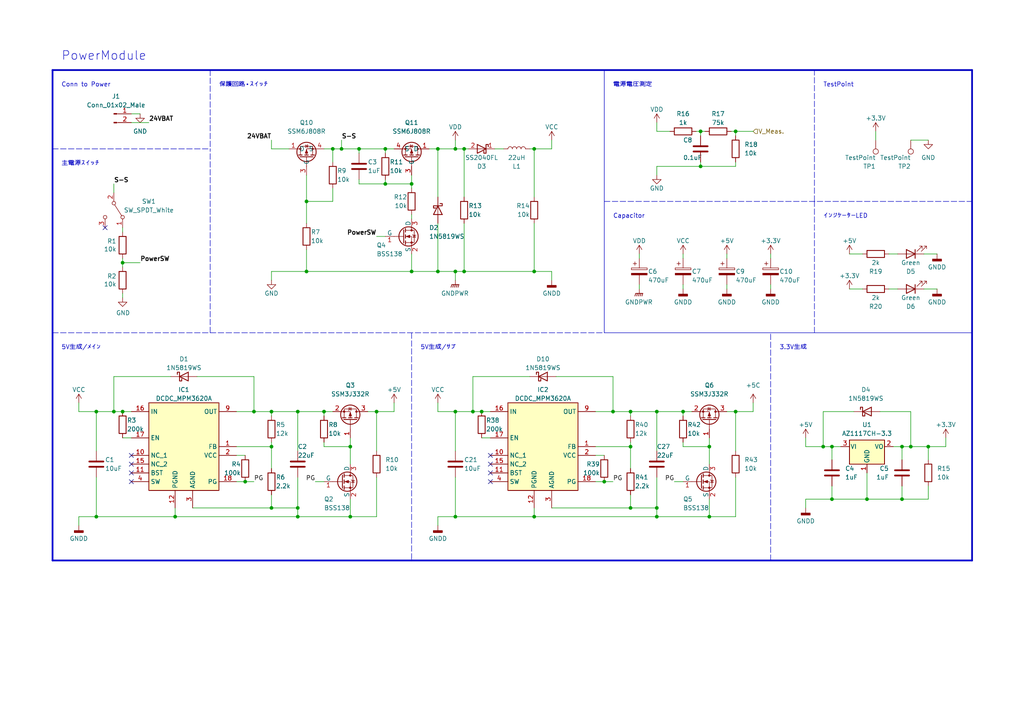
<source format=kicad_sch>
(kicad_sch (version 20230121) (generator eeschema)
  (paper "A4")
  (lib_symbols
    (symbol "Connector:Conn_01x02_Male" (pin_names (offset 1.016) hide)
      (property "Reference" "J" (at 0 2.54 0))
      (property "Value" "Conn_01x02_Male" (at 0 -5.08 0))
      (symbol "Conn_01x02_Male_1_1"
        (pin passive line (at 5.08 0 180) (length 3.81) (name "Pin_1") (number "1"))
        (pin passive line (at 5.08 -2.54 180) (length 3.81) (name "Pin_2") (number "2"))
      )
    )
    (symbol "Connector:TestPoint" (pin_numbers hide) (pin_names (offset 0.762) hide)
      (property "Reference" "TP" (at 0 6.858 0))
      (property "Value" "TestPoint" (at 0 5.08 0))
      (symbol "TestPoint_1_1"
        (pin passive line (at 0 0 90) (length 2.54) (name "1") (number "1"))
      )
    )
    (symbol "D_Schottky_3" (pin_numbers hide) (pin_names (offset 1.016) hide)
      (property "Reference" "D" (at 0 2.54 0))
      (property "Value" "D_Schottky_3" (at 0 -2.54 0))
      (symbol "D_Schottky_3_1_1"
        (pin passive line (at -3.81 0 0) (length 2.54) (name "K") (number "1"))
        (pin passive line (at 3.81 0 180) (length 2.54) (name "A") (number "2"))
      )
    )
    (symbol "Device:C" (pin_numbers hide) (pin_names (offset 0.254))
      (property "Reference" "C" (at 0.635 2.54 0))
      (property "Value" "C" (at 0.635 -2.54 0))
      (symbol "C_1_1"
        (pin passive line (at 0 3.81 270) (length 2.794) (name "~") (number "1"))
        (pin passive line (at 0 -3.81 90) (length 2.794) (name "~") (number "2"))
      )
    )
    (symbol "Device:C_Polarized" (pin_numbers hide) (pin_names (offset 0.254))
      (property "Reference" "C" (at 0.635 2.54 0))
      (property "Value" "C_Polarized" (at 0.635 -2.54 0))
      (symbol "C_Polarized_1_1"
        (pin passive line (at 0 3.81 270) (length 2.794) (name "~") (number "1"))
        (pin passive line (at 0 -3.81 90) (length 2.794) (name "~") (number "2"))
      )
    )
    (symbol "Device:D_Schottky" (pin_names (offset 1.016) hide)
      (property "Reference" "D" (at 0 2.54 0))
      (property "Value" "D_Schottky" (at 0 -2.54 0))
      (symbol "D_Schottky_1_1"
        (pin passive line (at -3.81 0 0) (length 2.54) (name "K") (number "1"))
        (pin passive line (at 3.81 0 180) (length 2.54) (name "A") (number "2"))
      )
    )
    (symbol "Device:L" (pin_numbers hide) (pin_names (offset 1.016) hide)
      (property "Reference" "L" (at -1.27 0 90))
      (property "Value" "L" (at 1.905 0 90))
      (symbol "L_1_1"
        (pin passive line (at 0 3.81 270) (length 1.27) (name "1") (number "1"))
        (pin passive line (at 0 -3.81 90) (length 1.27) (name "2") (number "2"))
      )
    )
    (symbol "Device:LED" (pin_numbers hide) (pin_names (offset 1.016) hide)
      (property "Reference" "D" (at 0 2.54 0))
      (property "Value" "LED" (at 0 -2.54 0))
      (symbol "LED_1_1"
        (pin passive line (at -3.81 0 0) (length 2.54) (name "K") (number "1"))
        (pin passive line (at 3.81 0 180) (length 2.54) (name "A") (number "2"))
      )
    )
    (symbol "Device:Q_PMOS_GSD" (pin_names (offset 0) hide)
      (property "Reference" "Q" (at 5.08 1.27 0))
      (property "Value" "Q_PMOS_GSD" (at 5.08 -1.27 0))
      (symbol "Q_PMOS_GSD_1_1"
        (pin input line (at -5.08 0 0) (length 2.54) (name "G") (number "1"))
        (pin passive line (at 2.54 -5.08 90) (length 2.54) (name "S") (number "2"))
        (pin passive line (at 2.54 5.08 270) (length 2.54) (name "D") (number "3"))
      )
    )
    (symbol "Device:R" (pin_numbers hide) (pin_names (offset 0))
      (property "Reference" "R" (at 2.032 0 90))
      (property "Value" "R" (at 0 0 90))
      (symbol "R_1_1"
        (pin passive line (at 0 3.81 270) (length 1.27) (name "~") (number "1"))
        (pin passive line (at 0 -3.81 90) (length 1.27) (name "~") (number "2"))
      )
    )
    (symbol "MyLibrary:DCDC_MPM3620A"
      (property "Reference" "IC" (at 6.35 5.08 0))
      (property "Value" "DCDC_MPM3620A" (at 6.35 2.54 0))
      (symbol "DCDC_MPM3620A_1_1"
        (pin passive line (at 30.48 -12.7 180) (length 5.08) (name "FB") (number "1"))
        (pin passive line (at 0 -15.24 0) (length 5.08) (name "NC_1") (number "10"))
        (pin passive line (at 0 -20.32 0) (length 5.08) (name "BST") (number "11"))
        (pin passive line (at 12.7 -30.48 90) (length 5.08) (name "PGND") (number "12"))
        (pin passive line (at 12.7 -30.48 90) (length 5.08) hide (name "PGND_2") (number "13"))
        (pin passive line (at 12.7 -30.48 90) (length 5.08) hide (name "PGND_3") (number "14"))
        (pin passive line (at 0 -17.78 0) (length 5.08) (name "NC_2") (number "15"))
        (pin passive line (at 0 -2.54 0) (length 5.08) (name "IN") (number "16"))
        (pin passive line (at 0 -10.16 0) (length 5.08) (name "EN") (number "17"))
        (pin passive line (at 30.48 -22.86 180) (length 5.08) (name "PG") (number "18"))
        (pin passive line (at 30.48 -15.24 180) (length 5.08) (name "VCC") (number "2"))
        (pin passive line (at 17.78 -30.48 90) (length 5.08) (name "AGND") (number "3"))
        (pin passive line (at 0 -22.86 0) (length 5.08) (name "SW") (number "4"))
        (pin passive line (at 30.48 -2.54 180) (length 5.08) (name "OUT") (number "9"))
      )
    )
    (symbol "PMN48XP_1"
      (property "Reference" "Q" (at 5.08 2.54 0))
      (property "Value" "PMN48XP_1" (at 5.08 0 0))
      (symbol "PMN48XP_1_1_1"
        (pin passive line (at 2.54 5.08 270) (length 2.54) (name "D") (number "1"))
        (pin passive line (at 2.54 5.08 270) (length 2.54) hide (name "D") (number "2"))
        (pin passive line (at -5.08 0 0) (length 2.54) (name "G") (number "3"))
        (pin passive line (at 2.54 -5.08 90) (length 2.54) (name "S") (number "4"))
        (pin passive line (at 2.54 5.08 270) (length 2.54) hide (name "D") (number "5"))
        (pin passive line (at 2.54 5.08 270) (length 2.54) hide (name "D") (number "6"))
      )
    )
    (symbol "Q_NMOS_GSD_1" (pin_names (offset 0))
      (property "Reference" "Q" (at 5.08 1.27 0))
      (property "Value" "Q_NMOS_GSD_1" (at 5.08 -1.27 0))
      (symbol "Q_NMOS_GSD_1_1_1"
        (pin input line (at -5.08 0 0) (length 2.54) (name "G") (number "1"))
        (pin passive line (at 2.54 -5.08 90) (length 2.54) (name "S") (number "2"))
        (pin passive line (at 2.54 5.08 270) (length 2.54) (name "D") (number "3"))
      )
    )
    (symbol "Regulator_Linear:AMS1117CD-3.3" (pin_names (offset 0.254))
      (property "Reference" "U" (at -3.81 3.175 0))
      (property "Value" "AMS1117CD-3.3" (at 0 3.175 0))
      (symbol "AMS1117CD-3.3_1_1"
        (pin power_in line (at 0 -7.62 90) (length 2.54) (name "GND") (number "1"))
        (pin power_out line (at 7.62 0 180) (length 2.54) (name "VO") (number "2"))
        (pin power_in line (at -7.62 0 0) (length 2.54) (name "VI") (number "3"))
      )
    )
    (symbol "Switch:SW_SPDT" (pin_names (offset 0) hide)
      (property "Reference" "SW" (at 0 4.318 0))
      (property "Value" "SW_SPDT" (at 0 -5.08 0))
      (symbol "SW_SPDT_1_1"
        (pin passive line (at 5.08 2.54 180) (length 2.54) (name "A") (number "1"))
        (pin passive line (at -5.08 0 0) (length 2.54) (name "B") (number "2"))
        (pin passive line (at 5.08 -2.54 180) (length 2.54) (name "C") (number "3"))
      )
    )
    (symbol "power:+3.3V" (power) (pin_names (offset 0))
      (property "Value" "+3.3V" (at 0 3.556 0))
      (symbol "+3.3V_1_1"
        (pin power_in line (at 0 0 90) (length 0) hide (name "+3.3V") (number "1"))
      )
    )
    (symbol "power:+5C" (power) (pin_names (offset 0))
      (property "Value" "+5C" (at 0 3.556 0))
      (symbol "+5C_1_1"
        (pin power_in line (at 0 0 90) (length 0) hide (name "+5C") (number "1"))
      )
    )
    (symbol "power:+5V" (power) (pin_names (offset 0))
      (property "Value" "+5V" (at 0 3.556 0))
      (symbol "+5V_1_1"
        (pin power_in line (at 0 0 90) (length 0) hide (name "+5V") (number "1"))
      )
    )
    (symbol "power:GND" (power) (pin_names (offset 0))
      (property "Value" "GND" (at 0 -3.81 0))
      (symbol "GND_1_1"
        (pin power_in line (at 0 0 270) (length 0) hide (name "GND") (number "1"))
      )
    )
    (symbol "power:GNDD" (power) (pin_names (offset 0))
      (property "Value" "GNDD" (at 0 -3.175 0))
      (symbol "GNDD_1_1"
        (pin power_in line (at 0 0 270) (length 0) hide (name "GNDD") (number "1"))
      )
    )
    (symbol "power:GNDPWR" (power) (pin_names (offset 0))
      (property "Value" "GNDPWR" (at 0 -3.302 0))
      (symbol "GNDPWR_1_1"
        (pin power_in line (at 0 0 270) (length 0) hide (name "GNDPWR") (number "1"))
      )
    )
    (symbol "power:VCC" (power) (pin_names (offset 0))
      (property "Value" "VCC" (at 0 3.81 0))
      (symbol "VCC_1_1"
        (pin power_in line (at 0 0 90) (length 0) hide (name "VCC") (number "1"))
      )
    )
    (symbol "power:VDD" (power) (pin_names (offset 0))
      (property "Value" "VDD" (at 0 3.81 0))
      (symbol "VDD_1_1"
        (pin power_in line (at 0 0 90) (length 0) hide (name "VDD") (number "1"))
      )
    )
  )
  (junction (at 182.88 119.38))
  (junction (at 96.52 43.18))
  (junction (at 88.9 78.74))
  (junction (at 86.36 147.32))
  (junction (at 203.2 48.26))
  (junction (at 182.88 147.32))
  (junction (at 132.08 149.86))
  (junction (at 190.5 147.32))
  (junction (at 139.7 119.38))
  (junction (at 238.76 129.54))
  (junction (at 251.46 144.78))
  (junction (at 111.76 43.18))
  (junction (at 50.8 149.86))
  (junction (at 261.62 129.54))
  (junction (at 213.36 38.1))
  (junction (at 198.12 119.38))
  (junction (at 132.08 119.38))
  (junction (at 154.94 78.74))
  (junction (at 241.3 144.78))
  (junction (at 27.94 119.38))
  (junction (at 101.6 149.86))
  (junction (at 132.08 78.74))
  (junction (at 137.16 119.38))
  (junction (at 78.74 119.38))
  (junction (at 78.74 147.32))
  (junction (at 134.62 43.18))
  (junction (at 190.5 119.38))
  (junction (at 261.62 144.78))
  (junction (at 35.56 119.38))
  (junction (at 264.16 129.54))
  (junction (at 99.06 43.18))
  (junction (at 134.62 78.74))
  (junction (at 71.12 139.7))
  (junction (at 109.22 119.38))
  (junction (at 269.24 129.54))
  (junction (at 101.6 129.54))
  (junction (at 205.74 129.54))
  (junction (at 182.88 129.54))
  (junction (at 78.74 129.54))
  (junction (at 111.76 53.34))
  (junction (at 205.74 149.86))
  (junction (at 73.66 119.38))
  (junction (at 93.98 119.38))
  (junction (at 88.9 58.42))
  (junction (at 86.36 119.38))
  (junction (at 35.56 76.2))
  (junction (at 132.08 43.18))
  (junction (at 175.26 139.7))
  (junction (at 119.38 53.34))
  (junction (at 119.38 78.74))
  (junction (at 203.2 38.1))
  (junction (at 213.36 119.38))
  (junction (at 154.94 43.18))
  (junction (at 127 43.18))
  (junction (at 154.94 149.86))
  (junction (at 33.02 119.38))
  (junction (at 241.3 129.54))
  (junction (at 104.14 43.18))
  (junction (at 27.94 149.86))
  (junction (at 177.8 119.38))
  (junction (at 190.5 149.86))
  (junction (at 86.36 149.86))
  (junction (at 127 78.74))
  (no_connect (at 38.1 139.7))
  (no_connect (at 142.24 139.7))
  (no_connect (at 38.1 137.16))
  (no_connect (at 38.1 134.62))
  (no_connect (at 30.48 66.04))
  (no_connect (at 38.1 132.08))
  (no_connect (at 142.24 137.16))
  (no_connect (at 142.24 134.62))
  (no_connect (at 142.24 132.08))
  (wire (pts (xy 238.76 119.38) (xy 238.76 129.54)))
  (wire (pts (xy 154.94 149.86) (xy 190.5 149.86)))
  (wire (pts (xy 177.8 109.22) (xy 177.8 119.38)))
  (wire (pts (xy 160.02 78.74) (xy 154.94 78.74)))
  (wire (pts (xy 261.62 144.78) (xy 269.24 144.78)))
  (wire (pts (xy 68.58 119.38) (xy 73.66 119.38)))
  (wire (pts (xy 233.68 129.54) (xy 238.76 129.54)))
  (wire (pts (xy 269.24 129.54) (xy 269.24 133.35)))
  (wire (pts (xy 154.94 43.18) (xy 154.94 57.15)))
  (wire (pts (xy 190.5 119.38) (xy 190.5 130.81)))
  (wire (pts (xy 185.42 73.66) (xy 185.42 74.93)))
  (polyline (pts (xy 281.94 20.32) (xy 281.94 162.56)) (stroke (width 0.5) (type solid)))
  (wire (pts (xy 106.68 119.38) (xy 109.22 119.38)))
  (wire (pts (xy 137.16 109.22) (xy 137.16 119.38)))
  (wire (pts (xy 205.74 129.54) (xy 205.74 134.62)))
  (wire (pts (xy 246.38 83.82) (xy 250.19 83.82)))
  (wire (pts (xy 198.12 128.27) (xy 198.12 129.54)))
  (wire (pts (xy 203.2 39.37) (xy 203.2 38.1)))
  (wire (pts (xy 205.74 144.78) (xy 205.74 149.86)))
  (wire (pts (xy 111.76 43.18) (xy 114.3 43.18)))
  (wire (pts (xy 127 43.18) (xy 127 57.15)))
  (wire (pts (xy 111.76 43.18) (xy 111.76 44.45)))
  (wire (pts (xy 35.56 66.04) (xy 35.56 67.31)))
  (wire (pts (xy 68.58 129.54) (xy 78.74 129.54)))
  (wire (pts (xy 35.56 127) (xy 38.1 127)))
  (wire (pts (xy 96.52 58.42) (xy 88.9 58.42)))
  (polyline (pts (xy 15.24 20.32) (xy 281.94 20.32)) (stroke (width 0.5) (type solid)))
  (wire (pts (xy 33.02 109.22) (xy 49.53 109.22)))
  (wire (pts (xy 101.6 129.54) (xy 101.6 134.62)))
  (wire (pts (xy 261.62 140.97) (xy 261.62 144.78)))
  (wire (pts (xy 182.88 128.27) (xy 182.88 129.54)))
  (wire (pts (xy 38.1 35.56) (xy 43.18 35.56)))
  (wire (pts (xy 269.24 129.54) (xy 274.32 129.54)))
  (wire (pts (xy 127 119.38) (xy 132.08 119.38)))
  (wire (pts (xy 190.5 50.8) (xy 190.5 48.26)))
  (wire (pts (xy 175.26 139.7) (xy 177.8 139.7)))
  (wire (pts (xy 160.02 78.74) (xy 160.02 81.28)))
  (wire (pts (xy 35.56 119.38) (xy 38.1 119.38)))
  (wire (pts (xy 96.52 43.18) (xy 99.06 43.18)))
  (wire (pts (xy 86.36 119.38) (xy 93.98 119.38)))
  (polyline (pts (xy 175.26 58.42) (xy 281.94 58.42)) (stroke (width 0) (type dash)))
  (wire (pts (xy 86.36 149.86) (xy 101.6 149.86)))
  (wire (pts (xy 78.74 119.38) (xy 86.36 119.38)))
  (wire (pts (xy 78.74 129.54) (xy 78.74 135.89)))
  (wire (pts (xy 241.3 129.54) (xy 243.84 129.54)))
  (wire (pts (xy 241.3 140.97) (xy 241.3 144.78)))
  (wire (pts (xy 73.66 119.38) (xy 78.74 119.38)))
  (wire (pts (xy 154.94 64.77) (xy 154.94 78.74)))
  (wire (pts (xy 57.15 109.22) (xy 73.66 109.22)))
  (wire (pts (xy 182.88 119.38) (xy 182.88 120.65)))
  (wire (pts (xy 251.46 137.16) (xy 251.46 144.78)))
  (polyline (pts (xy 15.24 96.52) (xy 175.26 96.52)) (stroke (width 0) (type dash)))
  (wire (pts (xy 104.14 53.34) (xy 111.76 53.34)))
  (polyline (pts (xy 60.96 96.52) (xy 60.96 43.18)) (stroke (width 0) (type dash)))
  (wire (pts (xy 257.81 83.82) (xy 260.35 83.82)))
  (wire (pts (xy 238.76 129.54) (xy 241.3 129.54)))
  (wire (pts (xy 78.74 43.18) (xy 83.82 43.18)))
  (wire (pts (xy 35.56 74.93) (xy 35.56 76.2)))
  (wire (pts (xy 172.72 139.7) (xy 175.26 139.7)))
  (wire (pts (xy 261.62 129.54) (xy 264.16 129.54)))
  (wire (pts (xy 104.14 43.18) (xy 111.76 43.18)))
  (wire (pts (xy 238.76 119.38) (xy 247.65 119.38)))
  (wire (pts (xy 255.27 119.38) (xy 264.16 119.38)))
  (wire (pts (xy 132.08 149.86) (xy 154.94 149.86)))
  (wire (pts (xy 50.8 147.32) (xy 50.8 149.86)))
  (wire (pts (xy 233.68 127) (xy 233.68 129.54)))
  (wire (pts (xy 134.62 64.77) (xy 134.62 78.74)))
  (wire (pts (xy 172.72 129.54) (xy 182.88 129.54)))
  (wire (pts (xy 198.12 119.38) (xy 198.12 120.65)))
  (wire (pts (xy 264.16 40.64) (xy 269.24 40.64)))
  (wire (pts (xy 93.98 129.54) (xy 101.6 129.54)))
  (wire (pts (xy 203.2 38.1) (xy 204.47 38.1)))
  (wire (pts (xy 190.5 48.26) (xy 203.2 48.26)))
  (wire (pts (xy 233.68 144.78) (xy 241.3 144.78)))
  (wire (pts (xy 185.42 82.55) (xy 185.42 83.82)))
  (wire (pts (xy 198.12 119.38) (xy 200.66 119.38)))
  (polyline (pts (xy 236.22 58.42) (xy 236.22 20.32)) (stroke (width 0) (type dash)))
  (wire (pts (xy 119.38 53.34) (xy 119.38 54.61)))
  (wire (pts (xy 78.74 147.32) (xy 86.36 147.32)))
  (wire (pts (xy 86.36 147.32) (xy 86.36 149.86)))
  (wire (pts (xy 182.88 147.32) (xy 190.5 147.32)))
  (wire (pts (xy 143.51 43.18) (xy 146.05 43.18)))
  (wire (pts (xy 160.02 40.64) (xy 160.02 43.18)))
  (wire (pts (xy 267.97 73.66) (xy 271.78 73.66)))
  (wire (pts (xy 203.2 48.26) (xy 213.36 48.26)))
  (wire (pts (xy 22.86 149.86) (xy 27.94 149.86)))
  (wire (pts (xy 86.36 119.38) (xy 86.36 130.81)))
  (wire (pts (xy 132.08 130.81) (xy 132.08 119.38)))
  (wire (pts (xy 134.62 78.74) (xy 154.94 78.74)))
  (wire (pts (xy 213.36 46.99) (xy 213.36 48.26)))
  (wire (pts (xy 261.62 129.54) (xy 261.62 133.35)))
  (wire (pts (xy 109.22 119.38) (xy 109.22 130.81)))
  (wire (pts (xy 93.98 119.38) (xy 96.52 119.38)))
  (wire (pts (xy 109.22 119.38) (xy 114.3 119.38)))
  (wire (pts (xy 119.38 78.74) (xy 127 78.74)))
  (wire (pts (xy 190.5 149.86) (xy 205.74 149.86)))
  (wire (pts (xy 109.22 68.58) (xy 111.76 68.58)))
  (polyline (pts (xy 175.26 96.52) (xy 281.94 96.52)) (stroke (width 0) (type solid)))
  (wire (pts (xy 127 149.86) (xy 127 152.4)))
  (wire (pts (xy 267.97 83.82) (xy 271.78 83.82)))
  (wire (pts (xy 223.52 82.55) (xy 223.52 83.82)))
  (wire (pts (xy 22.86 119.38) (xy 22.86 116.84)))
  (wire (pts (xy 241.3 144.78) (xy 251.46 144.78)))
  (wire (pts (xy 233.68 144.78) (xy 233.68 147.32)))
  (wire (pts (xy 269.24 140.97) (xy 269.24 144.78)))
  (wire (pts (xy 101.6 127) (xy 101.6 129.54)))
  (wire (pts (xy 213.36 119.38) (xy 213.36 130.81)))
  (wire (pts (xy 96.52 43.18) (xy 96.52 46.99)))
  (wire (pts (xy 182.88 119.38) (xy 190.5 119.38)))
  (wire (pts (xy 259.08 129.54) (xy 261.62 129.54)))
  (wire (pts (xy 88.9 78.74) (xy 78.74 78.74)))
  (wire (pts (xy 119.38 50.8) (xy 119.38 53.34)))
  (wire (pts (xy 109.22 138.43) (xy 109.22 149.86)))
  (wire (pts (xy 139.7 127) (xy 142.24 127)))
  (polyline (pts (xy 15.24 43.18) (xy 60.96 43.18)) (stroke (width 0) (type dash)))
  (wire (pts (xy 50.8 149.86) (xy 86.36 149.86)))
  (wire (pts (xy 213.36 119.38) (xy 218.44 119.38)))
  (wire (pts (xy 33.02 119.38) (xy 35.56 119.38)))
  (wire (pts (xy 213.36 138.43) (xy 213.36 149.86)))
  (wire (pts (xy 203.2 46.99) (xy 203.2 48.26)))
  (wire (pts (xy 274.32 127) (xy 274.32 129.54)))
  (wire (pts (xy 27.94 130.81) (xy 27.94 119.38)))
  (wire (pts (xy 190.5 147.32) (xy 190.5 138.43)))
  (wire (pts (xy 132.08 138.43) (xy 132.08 149.86)))
  (wire (pts (xy 190.5 119.38) (xy 198.12 119.38)))
  (wire (pts (xy 78.74 143.51) (xy 78.74 147.32)))
  (wire (pts (xy 88.9 78.74) (xy 119.38 78.74)))
  (wire (pts (xy 257.81 73.66) (xy 260.35 73.66)))
  (wire (pts (xy 198.12 129.54) (xy 205.74 129.54)))
  (polyline (pts (xy 223.52 162.56) (xy 223.52 96.52)) (stroke (width 0) (type dash)))
  (wire (pts (xy 137.16 119.38) (xy 139.7 119.38)))
  (wire (pts (xy 264.16 129.54) (xy 269.24 129.54)))
  (wire (pts (xy 213.36 38.1) (xy 218.44 38.1)))
  (wire (pts (xy 88.9 58.42) (xy 88.9 64.77)))
  (wire (pts (xy 254 38.1) (xy 254 40.64)))
  (wire (pts (xy 198.12 73.66) (xy 198.12 74.93)))
  (wire (pts (xy 203.2 38.1) (xy 201.93 38.1)))
  (wire (pts (xy 246.38 73.66) (xy 250.19 73.66)))
  (wire (pts (xy 35.56 85.09) (xy 35.56 86.36)))
  (wire (pts (xy 93.98 43.18) (xy 96.52 43.18)))
  (wire (pts (xy 182.88 143.51) (xy 182.88 147.32)))
  (wire (pts (xy 154.94 43.18) (xy 160.02 43.18)))
  (wire (pts (xy 78.74 128.27) (xy 78.74 129.54)))
  (wire (pts (xy 132.08 78.74) (xy 134.62 78.74)))
  (polyline (pts (xy 119.38 96.52) (xy 119.38 162.56)) (stroke (width 0) (type dash)))
  (wire (pts (xy 160.02 147.32) (xy 182.88 147.32)))
  (wire (pts (xy 101.6 144.78) (xy 101.6 149.86)))
  (wire (pts (xy 78.74 40.64) (xy 78.74 43.18)))
  (wire (pts (xy 172.72 132.08) (xy 175.26 132.08)))
  (wire (pts (xy 210.82 82.55) (xy 210.82 83.82)))
  (wire (pts (xy 218.44 116.84) (xy 218.44 119.38)))
  (wire (pts (xy 27.94 149.86) (xy 50.8 149.86)))
  (wire (pts (xy 78.74 119.38) (xy 78.74 120.65)))
  (wire (pts (xy 127 149.86) (xy 132.08 149.86)))
  (wire (pts (xy 134.62 43.18) (xy 134.62 57.15)))
  (wire (pts (xy 40.64 76.2) (xy 35.56 76.2)))
  (wire (pts (xy 109.22 149.86) (xy 101.6 149.86)))
  (wire (pts (xy 27.94 138.43) (xy 27.94 149.86)))
  (wire (pts (xy 22.86 149.86) (xy 22.86 152.4)))
  (wire (pts (xy 35.56 76.2) (xy 35.56 77.47)))
  (wire (pts (xy 137.16 109.22) (xy 153.67 109.22)))
  (wire (pts (xy 182.88 129.54) (xy 182.88 135.89)))
  (wire (pts (xy 153.67 43.18) (xy 154.94 43.18)))
  (polyline (pts (xy 281.94 162.56) (xy 15.24 162.56)) (stroke (width 0.5) (type solid)))
  (wire (pts (xy 139.7 119.38) (xy 142.24 119.38)))
  (wire (pts (xy 73.66 109.22) (xy 73.66 119.38)))
  (polyline (pts (xy 60.96 20.32) (xy 60.96 43.18)) (stroke (width 0) (type dash)))
  (wire (pts (xy 205.74 127) (xy 205.74 129.54)))
  (wire (pts (xy 132.08 40.64) (xy 132.08 43.18)))
  (wire (pts (xy 99.06 40.64) (xy 99.06 43.18)))
  (wire (pts (xy 119.38 62.23) (xy 119.38 63.5)))
  (wire (pts (xy 251.46 144.78) (xy 261.62 144.78)))
  (wire (pts (xy 213.36 38.1) (xy 213.36 39.37)))
  (wire (pts (xy 241.3 129.54) (xy 241.3 133.35)))
  (wire (pts (xy 124.46 43.18) (xy 127 43.18)))
  (wire (pts (xy 195.58 139.7) (xy 198.12 139.7)))
  (wire (pts (xy 210.82 73.66) (xy 210.82 74.93)))
  (polyline (pts (xy 175.26 20.32) (xy 175.26 96.52)) (stroke (width 0) (type solid)))
  (wire (pts (xy 33.02 109.22) (xy 33.02 119.38)))
  (wire (pts (xy 91.44 139.7) (xy 93.98 139.7)))
  (polyline (pts (xy 236.22 96.52) (xy 236.22 58.42)) (stroke (width 0) (type dash)))
  (wire (pts (xy 111.76 52.07) (xy 111.76 53.34)))
  (wire (pts (xy 127 43.18) (xy 132.08 43.18)))
  (wire (pts (xy 198.12 82.55) (xy 198.12 83.82)))
  (wire (pts (xy 55.88 147.32) (xy 78.74 147.32)))
  (wire (pts (xy 93.98 128.27) (xy 93.98 129.54)))
  (wire (pts (xy 88.9 72.39) (xy 88.9 78.74)))
  (wire (pts (xy 190.5 38.1) (xy 194.31 38.1)))
  (wire (pts (xy 78.74 78.74) (xy 78.74 81.28)))
  (wire (pts (xy 154.94 147.32) (xy 154.94 149.86)))
  (wire (pts (xy 111.76 53.34) (xy 119.38 53.34)))
  (wire (pts (xy 172.72 119.38) (xy 177.8 119.38)))
  (wire (pts (xy 71.12 139.7) (xy 73.66 139.7)))
  (wire (pts (xy 132.08 81.28) (xy 132.08 78.74)))
  (wire (pts (xy 38.1 33.02) (xy 40.64 33.02)))
  (wire (pts (xy 114.3 116.84) (xy 114.3 119.38)))
  (wire (pts (xy 119.38 73.66) (xy 119.38 78.74)))
  (wire (pts (xy 127 64.77) (xy 127 78.74)))
  (wire (pts (xy 93.98 119.38) (xy 93.98 120.65)))
  (wire (pts (xy 33.02 53.34) (xy 33.02 55.88)))
  (wire (pts (xy 99.06 43.18) (xy 104.14 43.18)))
  (wire (pts (xy 68.58 139.7) (xy 71.12 139.7)))
  (wire (pts (xy 127 119.38) (xy 127 116.84)))
  (wire (pts (xy 161.29 109.22) (xy 177.8 109.22)))
  (wire (pts (xy 132.08 119.38) (xy 137.16 119.38)))
  (wire (pts (xy 264.16 119.38) (xy 264.16 129.54)))
  (wire (pts (xy 104.14 43.18) (xy 104.14 44.45)))
  (wire (pts (xy 134.62 43.18) (xy 132.08 43.18)))
  (wire (pts (xy 22.86 119.38) (xy 27.94 119.38)))
  (wire (pts (xy 177.8 119.38) (xy 182.88 119.38)))
  (wire (pts (xy 190.5 147.32) (xy 190.5 149.86)))
  (wire (pts (xy 212.09 38.1) (xy 213.36 38.1)))
  (polyline (pts (xy 15.24 162.56) (xy 15.24 20.32)) (stroke (width 0.5) (type solid)))
  (wire (pts (xy 88.9 50.8) (xy 88.9 58.42)))
  (wire (pts (xy 190.5 35.56) (xy 190.5 38.1)))
  (wire (pts (xy 86.36 147.32) (xy 86.36 138.43)))
  (wire (pts (xy 68.58 132.08) (xy 71.12 132.08)))
  (wire (pts (xy 127 78.74) (xy 132.08 78.74)))
  (wire (pts (xy 104.14 52.07) (xy 104.14 53.34)))
  (wire (pts (xy 134.62 43.18) (xy 135.89 43.18)))
  (wire (pts (xy 27.94 119.38) (xy 33.02 119.38)))
  (wire (pts (xy 213.36 149.86) (xy 205.74 149.86)))
  (wire (pts (xy 223.52 73.66) (xy 223.52 74.93)))
  (wire (pts (xy 96.52 54.61) (xy 96.52 58.42)))
  (wire (pts (xy 210.82 119.38) (xy 213.36 119.38)))
  (text "Capacitor" (at 177.8 63.5 0) (effects (font (size 1.27 1.27)) (justify left bottom)))
  (text "主電源スイッチ" (at 17.78 48.26 0) (effects (font (size 1.27 1.27)) (justify left bottom)))
  (text "Conn to Power" (at 17.78 25.4 0) (effects (font (size 1.27 1.27)) (justify left bottom)))
  (text "電源電圧測定" (at 177.8 25.4 0) (effects (font (size 1.27 1.27)) (justify left bottom)))
  (text "インジケーターLED" (at 238.76 63.5 0) (effects (font (size 1.27 1.27)) (justify left bottom)))
  (text "保護回路・スイッチ" (at 63.5 25.4 0) (effects (font (size 1.27 1.27)) (justify left bottom)))
  (text "5V生成/メイン" (at 17.78 101.6 0) (effects (font (size 1.27 1.27)) (justify left bottom)))
  (text "PowerModule" (at 17.78 17.78 0) (effects (font (size 2.54 2.54)) (justify left bottom)))
  (text "3.3V生成" (at 226.06 101.6 0) (effects (font (size 1.27 1.27)) (justify left bottom)))
  (text "TestPoint" (at 238.76 25.4 0) (effects (font (size 1.27 1.27)) (justify left bottom)))
  (text "5V生成/サブ" (at 121.92 101.6 0) (effects (font (size 1.27 1.27)) (justify left bottom)))
  (label "PG" (at 177.8 139.7 0))
  (label "S-S" (at 99.06 40.64 0) (effects (font (thickness 0.254) bold)))
  (label "24VBAT" (at 43.18 35.56 0) (effects (font (thickness 0.254) bold)))
  (label "PowerSW" (at 40.64 76.2 0) (effects (font (thickness 0.254) bold)))
  (label "24VBAT" (at 78.74 40.64 180) (effects (font (thickness 0.254) bold)))
  (label "S-S" (at 33.02 53.34 0) (effects (font (thickness 0.254) bold)))
  (label "PG" (at 73.66 139.7 0))
  (label "PG" (at 195.58 139.7 180))
  (label "PowerSW" (at 109.22 68.58 180) (effects (font (thickness 0.254) bold)))
  (label "PG" (at 91.44 139.7 180))
  (hierarchical_label "V_Meas." (shape input) (at 218.44 38.1 0))
  (symbol (lib_name "PMN48XP_1") (lib_id "Transistor_FET:PMN48XP") (at 88.9 45.72 90) (unit 1)
    (property "Reference" "Q10" (at 88.9 35.56 90))
    (property "Value" "SSM6J808R" (at 88.9 38.1 90))
    (property "Footprint" "MyLibrary:Package_TSOP6F" (effects hide))
    (property "Datasheet" "https://assets.nexperia.com/documents/data-sheet/PMN48XP.pdf" (effects hide))
  )
  (symbol (lib_id "Device:C_Polarized") (at 185.42 78.74 0) (unit 1)
    (property "Reference" "C6" (at 187.96 78.74 0) (effects (justify left)))
    (property "Value" "470uF" (at 187.96 81.28 0) (effects (justify left)))
    (property "Footprint" "Capacitor_SMD:C_Elec_8x10.2" (effects hide))
  )
  (symbol (lib_id "power:GNDD") (at 271.78 83.82 0) (unit 1)
    (property "Reference" "#PWR029" (effects hide))
    (property "Value" "GNDD" (at 271.78 87.63 0))
  )
  (symbol (lib_name "D_Schottky_3") (lib_id "Device:D_Schottky") (at 53.34 109.22 0) (unit 1)
    (property "Reference" "D1" (at 53.34 104.14 0))
    (property "Value" "1N5819WS" (at 53.34 106.68 0))
    (property "Footprint" "Diode_SMD:D_SOD-323_HandSoldering" (effects hide))
  )
  (symbol (lib_id "power:GND") (at 190.5 50.8 0) (unit 1)
    (property "Reference" "#PWR018" (effects hide))
    (property "Value" "GND" (at 190.5 54.61 0))
  )
  (symbol (lib_id "Device:D_Schottky") (at 139.7 43.18 0) (mirror y) (unit 1)
    (property "Reference" "D3" (at 139.7 48.26 0))
    (property "Value" "SS2040FL" (at 139.7 45.72 0))
    (property "Footprint" "Diode_SMD:D_SOD-123" (effects hide))
  )
  (symbol (lib_id "Device:R") (at 254 73.66 270) (mirror x) (unit 1)
    (property "Reference" "R19" (at 254 78.74 90))
    (property "Value" "2k" (at 254 76.2 90))
    (property "Footprint" "Resistor_SMD:R_0402_1005Metric" (effects hide))
  )
  (symbol (lib_id "Device:R") (at 109.22 134.62 180) (unit 1)
    (property "Reference" "R10" (at 111.76 133.3499 0) (effects (justify right)))
    (property "Value" "10k" (at 111.76 135.8899 0) (effects (justify right)))
    (property "Footprint" "Resistor_SMD:R_0402_1005Metric" (effects hide))
  )
  (symbol (lib_id "Device:C") (at 203.2 43.18 0) (unit 1)
    (property "Reference" "C8" (at 198.12 40.64 0) (effects (justify left)))
    (property "Value" "0.1uF" (at 198.12 45.72 0) (effects (justify left)))
    (property "Footprint" "Capacitor_SMD:C_0603_1608Metric" (effects hide))
  )
  (symbol (lib_id "power:GNDD") (at 127 152.4 0) (unit 1)
    (property "Reference" "#PWR042" (effects hide))
    (property "Value" "GNDD" (at 127 156.21 0))
  )
  (symbol (lib_id "Device:R") (at 182.88 124.46 180) (unit 1)
    (property "Reference" "R40" (at 184.15 123.19 0) (effects (justify right)))
    (property "Value" "12k" (at 184.15 125.73 0) (effects (justify right)))
    (property "Footprint" "Resistor_SMD:R_0402_1005Metric" (effects hide))
  )
  (symbol (lib_id "power:VCC") (at 127 116.84 0) (unit 1)
    (property "Reference" "#PWR041" (effects hide))
    (property "Value" "VCC" (at 127 113.03 0))
  )
  (symbol (lib_id "power:+5V") (at 246.38 73.66 0) (unit 1)
    (property "Reference" "#PWR024" (effects hide))
    (property "Value" "+5V" (at 246.38 69.85 0))
  )
  (symbol (lib_id "power:GND") (at 78.74 81.28 0) (unit 1)
    (property "Reference" "#PWR05" (effects hide))
    (property "Value" "GND" (at 78.74 85.09 0))
  )
  (symbol (lib_id "power:VDD") (at 185.42 73.66 0) (unit 1)
    (property "Reference" "#PWR015" (effects hide))
    (property "Value" "VDD" (at 185.42 69.85 0))
  )
  (symbol (lib_id "power:VDD") (at 190.5 35.56 0) (unit 1)
    (property "Reference" "#PWR017" (effects hide))
    (property "Value" "VDD" (at 190.5 31.75 0))
  )
  (symbol (lib_id "power:GND") (at 269.24 40.64 0) (unit 1)
    (property "Reference" "#PWR019" (effects hide))
    (property "Value" "GND" (at 269.24 45.72 0))
  )
  (symbol (lib_id "Device:R") (at 96.52 50.8 0) (unit 1)
    (property "Reference" "R9" (at 97.79 49.53 0) (effects (justify left)))
    (property "Value" "10k" (at 97.79 52.07 0) (effects (justify left)))
    (property "Footprint" "Resistor_SMD:R_0402_1005Metric" (effects hide))
  )
  (symbol (lib_id "MyLibrary:DCDC_MPM3620A") (at 38.1 116.84 0) (unit 1)
    (property "Reference" "IC1" (at 53.34 113.03 0))
    (property "Value" "DCDC_MPM3620A" (at 53.34 115.57 0))
    (property "Footprint" "MyLibrary:DCDC_MPM3620A" (effects hide))
    (property "Datasheet" "http://www.monolithicpower.com/DesktopModules/DocumentManage/API/Document/getDocument?id=3961" (effects hide))
    (property "Height" "1.6" (effects hide))
    (property "Mouser Part Number" "946-MPM3620AGQV-Z" (effects hide))
    (property "Mouser Price/Stock" "https://www.mouser.co.uk/ProductDetail/Monolithic-Power-Systems-MPS/MPM3620AGQV-Z?qs=ZNK0BnemlqGJsP1og9mZvg%3D%3D" (effects hide))
    (property "Manufacturer_Name" "Monolithic Power Systems (MPS)" (effects hide))
    (property "Manufacturer_Part_Number" "MPM3620AGQV-Z" (effects hide))
  )
  (symbol (lib_id "Device:R") (at 198.12 38.1 90) (unit 1)
    (property "Reference" "R16" (at 198.12 33.02 90))
    (property "Value" "1k" (at 198.12 35.56 90))
    (property "Footprint" "Resistor_SMD:R_0603_1608Metric" (effects hide))
  )
  (symbol (lib_id "power:+5V") (at 114.3 116.84 0) (unit 1)
    (property "Reference" "#PWR06" (effects hide))
    (property "Value" "+5V" (at 114.3 113.03 0))
  )
  (symbol (lib_id "power:GNDD") (at 160.02 81.28 0) (unit 1)
    (property "Reference" "#PWR012" (effects hide))
    (property "Value" "GNDD" (at 160.02 85.09 0))
  )
  (symbol (lib_id "power:+3.3V") (at 274.32 127 0) (unit 1)
    (property "Reference" "#PWR013" (effects hide))
    (property "Value" "+3.3V" (at 274.32 123.19 0))
  )
  (symbol (lib_name "PMN48XP_1") (lib_id "Transistor_FET:PMN48XP") (at 119.38 45.72 270) (mirror x) (unit 1)
    (property "Reference" "Q11" (at 119.38 35.56 90))
    (property "Value" "SSM6J808R" (at 119.38 38.1 90))
    (property "Footprint" "MyLibrary:Package_TSOP6F" (effects hide))
    (property "Datasheet" "https://assets.nexperia.com/documents/data-sheet/PMN48XP.pdf" (effects hide))
  )
  (symbol (lib_id "power:GND") (at 35.56 86.36 0) (unit 1)
    (property "Reference" "#PWR03" (effects hide))
    (property "Value" "GND" (at 35.687 90.7542 0))
  )
  (symbol (lib_name "Q_NMOS_GSD_1") (lib_id "Device:Q_NMOS_GSD") (at 99.06 139.7 0) (unit 1)
    (property "Reference" "Q2" (at 93.98 144.78 0) (effects (justify left)))
    (property "Value" "BSS138" (at 93.98 147.32 0) (effects (justify left)))
    (property "Footprint" "Package_TO_SOT_SMD:SOT-23" (effects hide))
  )
  (symbol (lib_id "power:GNDD") (at 233.68 147.32 0) (unit 1)
    (property "Reference" "#PWR08" (effects hide))
    (property "Value" "GNDD" (at 233.68 151.13 0))
  )
  (symbol (lib_id "Device:R") (at 88.9 68.58 0) (unit 1)
    (property "Reference" "R7" (at 90.17 67.31 0) (effects (justify left)))
    (property "Value" "10k" (at 90.17 69.85 0) (effects (justify left)))
    (property "Footprint" "Resistor_SMD:R_0402_1005Metric" (effects hide))
  )
  (symbol (lib_id "power:+3.3V") (at 254 38.1 0) (unit 1)
    (property "Reference" "#PWR014" (effects hide))
    (property "Value" "+3.3V" (at 254 34.29 0))
  )
  (symbol (lib_id "power:VDD") (at 132.08 40.64 0) (unit 1)
    (property "Reference" "#PWR09" (effects hide))
    (property "Value" "VDD" (at 132.08 36.83 0))
  )
  (symbol (lib_id "Device:C_Polarized") (at 223.52 78.74 0) (unit 1)
    (property "Reference" "C10" (at 226.06 78.74 0) (effects (justify left)))
    (property "Value" "470uF" (at 226.06 81.28 0) (effects (justify left)))
    (property "Footprint" "Capacitor_SMD:C_Elec_8x10.2" (effects hide))
  )
  (symbol (lib_id "Switch:SW_SPDT") (at 33.02 60.96 270) (unit 1)
    (property "Reference" "SW1" (at 43.18 58.42 90))
    (property "Value" "SW_SPDT_White" (at 43.18 60.96 90))
    (property "Footprint" "MyLibrary:SW_Slide_SPDT_White" (effects hide))
  )
  (symbol (lib_id "Device:R") (at 182.88 139.7 180) (unit 1)
    (property "Reference" "R41" (at 184.15 138.43 0) (effects (justify right)))
    (property "Value" "2.2k" (at 184.15 140.97 0) (effects (justify right)))
    (property "Footprint" "Resistor_SMD:R_0402_1005Metric" (effects hide))
  )
  (symbol (lib_id "Device:R") (at 71.12 135.89 0) (mirror x) (unit 1)
    (property "Reference" "R4" (at 69.85 134.62 0) (effects (justify right)))
    (property "Value" "100k" (at 69.85 137.16 0) (effects (justify right)))
    (property "Footprint" "Resistor_SMD:R_0402_1005Metric" (effects hide))
  )
  (symbol (lib_id "Device:C") (at 261.62 137.16 0) (mirror y) (unit 1)
    (property "Reference" "C5" (at 257.81 135.8899 0) (effects (justify left)))
    (property "Value" "1uF" (at 257.81 138.4299 0) (effects (justify left)))
    (property "Footprint" "Capacitor_SMD:C_0402_1005Metric" (effects hide))
  )
  (symbol (lib_id "Device:R") (at 35.56 81.28 0) (mirror y) (unit 1)
    (property "Reference" "R2" (at 33.782 80.1116 0) (effects (justify left)))
    (property "Value" "10k" (at 33.782 82.423 0) (effects (justify left)))
    (property "Footprint" "Resistor_SMD:R_0402_1005Metric" (effects hide))
  )
  (symbol (lib_id "Device:R") (at 175.26 135.89 0) (mirror x) (unit 1)
    (property "Reference" "R39" (at 173.99 134.62 0) (effects (justify right)))
    (property "Value" "100k" (at 173.99 137.16 0) (effects (justify right)))
    (property "Footprint" "Resistor_SMD:R_0402_1005Metric" (effects hide))
  )
  (symbol (lib_id "Device:Q_PMOS_GSD") (at 205.74 121.92 270) (mirror x) (unit 1)
    (property "Reference" "Q6" (at 205.74 111.76 90))
    (property "Value" "SSM3J332R" (at 205.74 114.3 90))
    (property "Footprint" "Package_TO_SOT_SMD:SOT-23W" (effects hide))
  )
  (symbol (lib_id "Device:L") (at 149.86 43.18 90) (unit 1)
    (property "Reference" "L1" (at 149.86 48.26 90))
    (property "Value" "22uH" (at 149.86 45.72 90))
    (property "Footprint" "MyLibrary:Inductor_CDPH4D19F" (effects hide))
  )
  (symbol (lib_id "Device:R") (at 78.74 124.46 180) (unit 1)
    (property "Reference" "R5" (at 80.01 123.19 0) (effects (justify right)))
    (property "Value" "12k" (at 80.01 125.73 0) (effects (justify right)))
    (property "Footprint" "Resistor_SMD:R_0402_1005Metric" (effects hide))
  )
  (symbol (lib_id "Device:R") (at 208.28 38.1 90) (unit 1)
    (property "Reference" "R17" (at 208.28 33.02 90))
    (property "Value" "75k" (at 208.28 35.56 90))
    (property "Footprint" "Resistor_SMD:R_0603_1608Metric" (effects hide))
  )
  (symbol (lib_id "power:GNDD") (at 22.86 152.4 0) (unit 1)
    (property "Reference" "#PWR02" (effects hide))
    (property "Value" "GNDD" (at 22.86 156.21 0))
  )
  (symbol (lib_id "power:VCC") (at 160.02 40.64 0) (unit 1)
    (property "Reference" "#PWR011" (effects hide))
    (property "Value" "VCC" (at 160.02 36.83 0))
  )
  (symbol (lib_id "power:GNDD") (at 210.82 83.82 0) (unit 1)
    (property "Reference" "#PWR023" (effects hide))
    (property "Value" "GNDD" (at 210.82 87.63 0))
  )
  (symbol (lib_id "power:+3.3V") (at 246.38 83.82 0) (unit 1)
    (property "Reference" "#PWR025" (effects hide))
    (property "Value" "+3.3V" (at 246.38 80.01 0))
  )
  (symbol (lib_id "Device:R") (at 78.74 139.7 180) (unit 1)
    (property "Reference" "R6" (at 80.01 138.43 0) (effects (justify right)))
    (property "Value" "2.2k" (at 80.01 140.97 0) (effects (justify right)))
    (property "Footprint" "Resistor_SMD:R_0402_1005Metric" (effects hide))
  )
  (symbol (lib_id "power:GNDD") (at 271.78 73.66 0) (unit 1)
    (property "Reference" "#PWR028" (effects hide))
    (property "Value" "GNDD" (at 271.78 77.47 0))
  )
  (symbol (lib_id "Device:C") (at 132.08 134.62 0) (unit 1)
    (property "Reference" "C21" (at 134.62 133.35 0) (effects (justify left)))
    (property "Value" "10uF" (at 134.62 135.89 0) (effects (justify left)))
    (property "Footprint" "Capacitor_SMD:C_1206_3216Metric" (effects hide))
  )
  (symbol (lib_id "Connector:Conn_01x02_Male") (at 33.02 33.02 0) (unit 1)
    (property "Reference" "J1" (at 33.655 27.94 0))
    (property "Value" "Conn_01x02_Male" (at 33.655 30.48 0))
    (property "Footprint" "Connector_Molex:Molex_SPOX_5268-02A_1x02_P2.50mm_Horizontal" (effects hide))
  )
  (symbol (lib_id "power:GND") (at 40.64 33.02 0) (unit 1)
    (property "Reference" "#PWR04" (effects hide))
    (property "Value" "GND" (at 40.64 38.1 0))
  )
  (symbol (lib_id "Device:R") (at 93.98 124.46 0) (unit 1)
    (property "Reference" "R8" (at 95.25 123.19 0) (effects (justify left)))
    (property "Value" "10k" (at 95.25 125.73 0) (effects (justify left)))
    (property "Footprint" "Resistor_SMD:R_0402_1005Metric" (effects hide))
  )
  (symbol (lib_id "Device:R") (at 213.36 134.62 180) (unit 1)
    (property "Reference" "R43" (at 215.9 133.3499 0) (effects (justify right)))
    (property "Value" "10k" (at 215.9 135.8899 0) (effects (justify right)))
    (property "Footprint" "Resistor_SMD:R_0402_1005Metric" (effects hide))
  )
  (symbol (lib_id "Device:R") (at 139.7 123.19 180) (unit 1)
    (property "Reference" "R38" (at 140.97 121.92 0) (effects (justify right)))
    (property "Value" "200k" (at 140.97 124.46 0) (effects (justify right)))
    (property "Footprint" "Resistor_SMD:R_0402_1005Metric" (effects hide))
  )
  (symbol (lib_id "Device:R") (at 154.94 60.96 0) (mirror y) (unit 1)
    (property "Reference" "R14" (at 153.67 59.69 0) (effects (justify left)))
    (property "Value" "10k" (at 153.67 62.23 0) (effects (justify left)))
    (property "Footprint" "Resistor_SMD:R_0402_1005Metric" (effects hide))
  )
  (symbol (lib_id "Device:R") (at 254 83.82 270) (mirror x) (unit 1)
    (property "Reference" "R20" (at 254 88.9 90))
    (property "Value" "2k" (at 254 86.36 90))
    (property "Footprint" "Resistor_SMD:R_0402_1005Metric" (effects hide))
  )
  (symbol (lib_name "D_Schottky_3") (lib_id "Device:D_Schottky") (at 157.48 109.22 0) (unit 1)
    (property "Reference" "D10" (at 157.48 104.14 0))
    (property "Value" "1N5819WS" (at 157.48 106.68 0))
    (property "Footprint" "Diode_SMD:D_SOD-323_HandSoldering" (effects hide))
  )
  (symbol (lib_id "power:+5C") (at 218.44 116.84 0) (unit 1)
    (property "Reference" "#PWR030" (effects hide))
    (property "Value" "+5C" (at 218.44 111.76 0))
  )
  (symbol (lib_id "Device:R") (at 213.36 43.18 0) (unit 1)
    (property "Reference" "R18" (at 215.9 41.9099 0) (effects (justify left)))
    (property "Value" "10k" (at 215.9 44.4499 0) (effects (justify left)))
    (property "Footprint" "Resistor_SMD:R_0603_1608Metric" (effects hide))
  )
  (symbol (lib_id "power:+5V") (at 210.82 73.66 0) (unit 1)
    (property "Reference" "#PWR022" (effects hide))
    (property "Value" "+5V" (at 210.82 69.85 0))
  )
  (symbol (lib_id "Device:C_Polarized") (at 198.12 78.74 0) (unit 1)
    (property "Reference" "C7" (at 200.66 78.74 0) (effects (justify left)))
    (property "Value" "470uF" (at 200.66 81.28 0) (effects (justify left)))
    (property "Footprint" "Capacitor_SMD:C_Elec_8x10.2" (effects hide))
  )
  (symbol (lib_id "Device:C") (at 104.14 48.26 0) (unit 1)
    (property "Reference" "C3" (at 106.68 46.99 0) (effects (justify left)))
    (property "Value" "1uF" (at 106.68 49.53 0) (effects (justify left)))
    (property "Footprint" "Capacitor_SMD:C_0402_1005Metric" (effects hide))
  )
  (symbol (lib_id "Device:LED") (at 264.16 73.66 180) (unit 1)
    (property "Reference" "D5" (at 264.16 78.74 0))
    (property "Value" "Green" (at 264.16 76.2 0))
    (property "Footprint" "LED_SMD:LED_0603_1608Metric_Pad1.05x0.95mm_HandSolder" (effects hide))
  )
  (symbol (lib_id "Connector:TestPoint") (at 264.16 40.64 180) (unit 1)
    (property "Reference" "TP2" (at 264.16 48.26 0) (effects (justify left)))
    (property "Value" "TestPoint" (at 264.16 45.72 0) (effects (justify left)))
    (property "Footprint" "TestPoint:TestPoint_THTPad_D2.0mm_Drill1.0mm" (effects hide))
  )
  (symbol (lib_id "Device:R") (at 111.76 48.26 0) (unit 1)
    (property "Reference" "R11" (at 113.03 46.99 0) (effects (justify left)))
    (property "Value" "10k" (at 113.03 49.53 0) (effects (justify left)))
    (property "Footprint" "Resistor_SMD:R_0402_1005Metric" (effects hide))
  )
  (symbol (lib_id "Device:R") (at 134.62 60.96 0) (unit 1)
    (property "Reference" "R13" (at 135.89 59.69 0) (effects (justify left)))
    (property "Value" "10k" (at 135.89 62.23 0) (effects (justify left)))
    (property "Footprint" "Resistor_SMD:R_0402_1005Metric" (effects hide))
  )
  (symbol (lib_id "power:VCC") (at 22.86 116.84 0) (unit 1)
    (property "Reference" "#PWR01" (effects hide))
    (property "Value" "VCC" (at 22.86 113.03 0))
  )
  (symbol (lib_id "power:GNDPWR") (at 132.08 81.28 0) (unit 1)
    (property "Reference" "#PWR010" (effects hide))
    (property "Value" "GNDPWR" (at 131.953 85.09 0))
  )
  (symbol (lib_id "power:GNDPWR") (at 185.42 83.82 0) (unit 1)
    (property "Reference" "#PWR016" (effects hide))
    (property "Value" "GNDPWR" (at 185.293 87.63 0))
  )
  (symbol (lib_id "Device:R") (at 198.12 124.46 0) (unit 1)
    (property "Reference" "R42" (at 199.39 123.19 0) (effects (justify left)))
    (property "Value" "10k" (at 199.39 125.73 0) (effects (justify left)))
    (property "Footprint" "Resistor_SMD:R_0402_1005Metric" (effects hide))
  )
  (symbol (lib_id "power:GNDD") (at 223.52 83.82 0) (unit 1)
    (property "Reference" "#PWR027" (effects hide))
    (property "Value" "GNDD" (at 223.52 87.63 0))
  )
  (symbol (lib_id "Device:R") (at 119.38 58.42 0) (mirror y) (unit 1)
    (property "Reference" "R12" (at 118.11 57.15 0) (effects (justify left)))
    (property "Value" "10k" (at 118.11 59.69 0) (effects (justify left)))
    (property "Footprint" "Resistor_SMD:R_0402_1005Metric" (effects hide))
  )
  (symbol (lib_name "D_Schottky_3") (lib_id "Device:D_Schottky") (at 127 60.96 270) (unit 1)
    (property "Reference" "D2" (at 124.46 66.04 90) (effects (justify left)))
    (property "Value" "1N5819WS" (at 124.46 68.58 90) (effects (justify left)))
    (property "Footprint" "Diode_SMD:D_SOD-323_HandSoldering" (effects hide))
  )
  (symbol (lib_name "Q_NMOS_GSD_1") (lib_id "Device:Q_NMOS_GSD") (at 203.2 139.7 0) (unit 1)
    (property "Reference" "Q5" (at 198.12 144.78 0) (effects (justify left)))
    (property "Value" "BSS138" (at 198.12 147.32 0) (effects (justify left)))
    (property "Footprint" "Package_TO_SOT_SMD:SOT-23" (effects hide))
  )
  (symbol (lib_name "D_Schottky_3") (lib_id "Device:D_Schottky") (at 251.46 119.38 0) (unit 1)
    (property "Reference" "D4" (at 251.1425 113.03 0))
    (property "Value" "1N5819WS" (at 251.1425 115.57 0))
    (property "Footprint" "Diode_SMD:D_SOD-323_HandSoldering" (effects hide))
  )
  (symbol (lib_id "Regulator_Linear:AMS1117CD-3.3") (at 251.46 129.54 0) (unit 1)
    (property "Reference" "U1" (at 251.46 123.19 0))
    (property "Value" "AZ1117CH-3.3" (at 251.46 125.73 0))
    (property "Footprint" "Package_TO_SOT_SMD:SOT-223-3_TabPin2" (effects hide))
    (property "Datasheet" "http://www.advanced-monolithic.com/pdf/ds1117.pdf" (effects hide))
  )
  (symbol (lib_id "power:+3.3V") (at 223.52 73.66 0) (unit 1)
    (property "Reference" "#PWR026" (effects hide))
    (property "Value" "+3.3V" (at 223.52 69.85 0))
  )
  (symbol (lib_id "Device:C_Polarized") (at 210.82 78.74 0) (unit 1)
    (property "Reference" "C9" (at 213.36 78.74 0) (effects (justify left)))
    (property "Value" "470uF" (at 213.36 81.28 0) (effects (justify left)))
    (property "Footprint" "Capacitor_SMD:C_Elec_8x10.2" (effects hide))
  )
  (symbol (lib_id "Device:Q_PMOS_GSD") (at 101.6 121.92 270) (mirror x) (unit 1)
    (property "Reference" "Q3" (at 101.6 111.76 90))
    (property "Value" "SSM3J332R" (at 101.6 114.3 90))
    (property "Footprint" "Package_TO_SOT_SMD:SOT-23W" (effects hide))
  )
  (symbol (lib_id "Device:LED") (at 264.16 83.82 180) (unit 1)
    (property "Reference" "D6" (at 264.16 88.9 0))
    (property "Value" "Green" (at 264.16 86.36 0))
    (property "Footprint" "LED_SMD:LED_0603_1608Metric_Pad1.05x0.95mm_HandSolder" (effects hide))
  )
  (symbol (lib_id "MyLibrary:DCDC_MPM3620A") (at 142.24 116.84 0) (unit 1)
    (property "Reference" "IC2" (at 157.48 113.03 0))
    (property "Value" "DCDC_MPM3620A" (at 157.48 115.57 0))
    (property "Footprint" "MyLibrary:DCDC_MPM3620A" (effects hide))
    (property "Datasheet" "http://www.monolithicpower.com/DesktopModules/DocumentManage/API/Document/getDocument?id=3961" (effects hide))
    (property "Height" "1.6" (effects hide))
    (property "Mouser Part Number" "946-MPM3620AGQV-Z" (effects hide))
    (property "Mouser Price/Stock" "https://www.mouser.co.uk/ProductDetail/Monolithic-Power-Systems-MPS/MPM3620AGQV-Z?qs=ZNK0BnemlqGJsP1og9mZvg%3D%3D" (effects hide))
    (property "Manufacturer_Name" "Monolithic Power Systems (MPS)" (effects hide))
    (property "Manufacturer_Part_Number" "MPM3620AGQV-Z" (effects hide))
  )
  (symbol (lib_name "Q_NMOS_GSD_1") (lib_id "Device:Q_NMOS_GSD") (at 116.84 68.58 0) (unit 1)
    (property "Reference" "Q4" (at 109.22 71.12 0) (effects (justify left)))
    (property "Value" "BSS138" (at 109.22 73.66 0) (effects (justify left)))
    (property "Footprint" "Package_TO_SOT_SMD:SOT-23" (effects hide))
  )
  (symbol (lib_id "power:+5V") (at 233.68 127 0) (unit 1)
    (property "Reference" "#PWR07" (effects hide))
    (property "Value" "+5V" (at 233.68 123.19 0))
  )
  (symbol (lib_id "Device:C") (at 86.36 134.62 0) (unit 1)
    (property "Reference" "C2" (at 86.36 129.54 0) (effects (justify left)))
    (property "Value" "22uF" (at 86.36 132.08 0) (effects (justify left)))
    (property "Footprint" "Capacitor_SMD:C_0805_2012Metric" (effects hide))
  )
  (symbol (lib_id "Device:R") (at 269.24 137.16 180) (unit 1)
    (property "Reference" "R15" (at 271.78 135.8899 0) (effects (justify right)))
    (property "Value" "10k" (at 271.78 138.4299 0) (effects (justify right)))
    (property "Footprint" "Resistor_SMD:R_0402_1005Metric" (effects hide))
  )
  (symbol (lib_id "Device:R") (at 35.56 71.12 0) (mirror y) (unit 1)
    (property "Reference" "R1" (at 33.782 69.9516 0) (effects (justify left)))
    (property "Value" "10k" (at 33.782 72.263 0) (effects (justify left)))
    (property "Footprint" "Resistor_SMD:R_0402_1005Metric" (effects hide))
  )
  (symbol (lib_id "power:VCC") (at 198.12 73.66 0) (unit 1)
    (property "Reference" "#PWR020" (effects hide))
    (property "Value" "VCC" (at 198.12 69.85 0))
  )
  (symbol (lib_id "Device:C") (at 190.5 134.62 0) (unit 1)
    (property "Reference" "C27" (at 190.5 129.54 0) (effects (justify left)))
    (property "Value" "22uF" (at 190.5 132.08 0) (effects (justify left)))
    (property "Footprint" "Capacitor_SMD:C_0805_2012Metric" (effects hide))
  )
  (symbol (lib_id "Connector:TestPoint") (at 254 40.64 180) (unit 1)
    (property "Reference" "TP1" (at 254 48.26 0) (effects (justify left)))
    (property "Value" "TestPoint" (at 254 45.72 0) (effects (justify left)))
    (property "Footprint" "TestPoint:TestPoint_THTPad_D2.0mm_Drill1.0mm" (effects hide))
  )
  (symbol (lib_id "Device:C") (at 241.3 137.16 0) (unit 1)
    (property "Reference" "C4" (at 245.11 135.8899 0) (effects (justify left)))
    (property "Value" "1uF" (at 245.11 138.4299 0) (effects (justify left)))
    (property "Footprint" "Capacitor_SMD:C_0402_1005Metric" (effects hide))
  )
  (symbol (lib_id "Device:C") (at 27.94 134.62 0) (unit 1)
    (property "Reference" "C1" (at 30.48 133.35 0) (effects (justify left)))
    (property "Value" "10uF" (at 30.48 135.89 0) (effects (justify left)))
    (property "Footprint" "Capacitor_SMD:C_1206_3216Metric" (effects hide))
  )
  (symbol (lib_id "Device:R") (at 35.56 123.19 180) (unit 1)
    (property "Reference" "R3" (at 36.83 121.92 0) (effects (justify right)))
    (property "Value" "200k" (at 36.83 124.46 0) (effects (justify right)))
    (property "Footprint" "Resistor_SMD:R_0402_1005Metric" (effects hide))
  )
  (symbol (lib_id "power:GNDD") (at 198.12 83.82 0) (unit 1)
    (property "Reference" "#PWR021" (effects hide))
    (property "Value" "GNDD" (at 198.12 87.63 0))
  )
)
</source>
